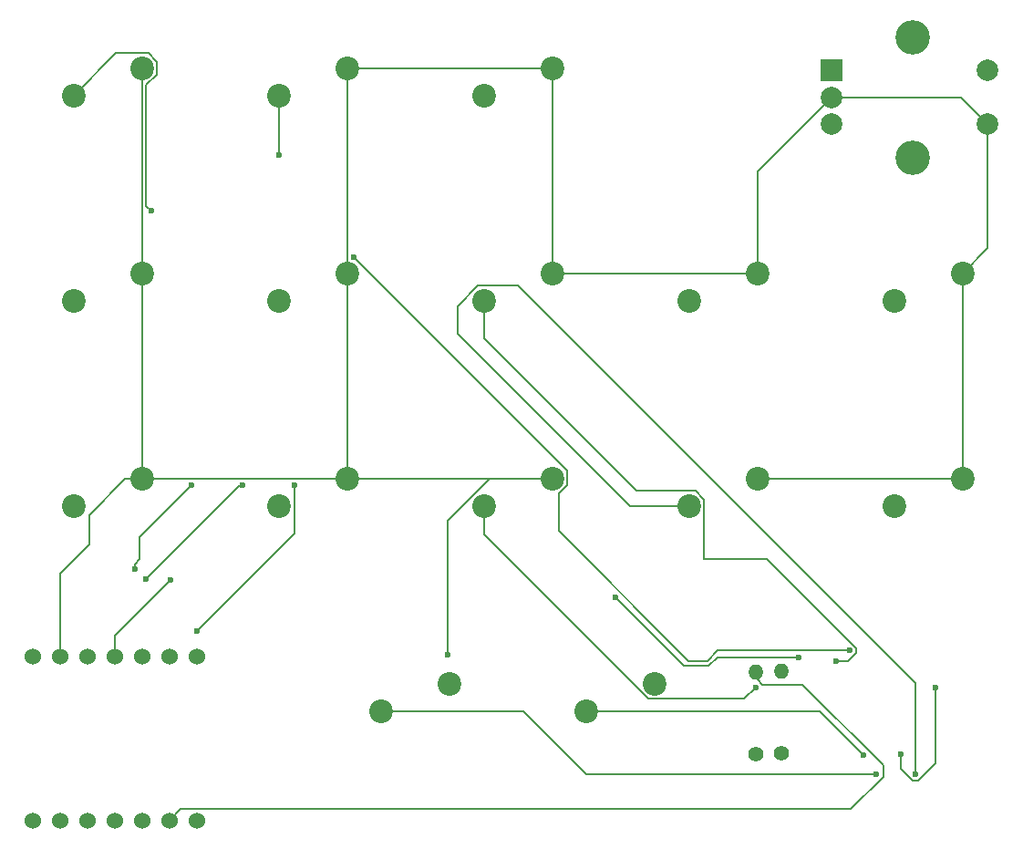
<source format=gbr>
%TF.GenerationSoftware,KiCad,Pcbnew,9.0.0*%
%TF.CreationDate,2025-04-11T15:20:30-07:00*%
%TF.ProjectId,hackpad,6861636b-7061-4642-9e6b-696361645f70,rev?*%
%TF.SameCoordinates,Original*%
%TF.FileFunction,Copper,L2,Bot*%
%TF.FilePolarity,Positive*%
%FSLAX46Y46*%
G04 Gerber Fmt 4.6, Leading zero omitted, Abs format (unit mm)*
G04 Created by KiCad (PCBNEW 9.0.0) date 2025-04-11 15:20:30*
%MOMM*%
%LPD*%
G01*
G04 APERTURE LIST*
%TA.AperFunction,ComponentPad*%
%ADD10C,2.200000*%
%TD*%
%TA.AperFunction,ComponentPad*%
%ADD11C,1.400000*%
%TD*%
%TA.AperFunction,ComponentPad*%
%ADD12O,1.400000X1.400000*%
%TD*%
%TA.AperFunction,ComponentPad*%
%ADD13C,1.524000*%
%TD*%
%TA.AperFunction,ComponentPad*%
%ADD14R,2.000000X2.000000*%
%TD*%
%TA.AperFunction,ComponentPad*%
%ADD15C,2.000000*%
%TD*%
%TA.AperFunction,ComponentPad*%
%ADD16C,3.200000*%
%TD*%
%TA.AperFunction,ViaPad*%
%ADD17C,0.600000*%
%TD*%
%TA.AperFunction,Conductor*%
%ADD18C,0.200000*%
%TD*%
G04 APERTURE END LIST*
D10*
%TO.P,SW5,1,1*%
%TO.N,GND*%
X107315000Y-75882500D03*
%TO.P,SW5,2,2*%
%TO.N,Net-(U1-GPIO4{slash}MISO)*%
X100965000Y-78422500D03*
%TD*%
%TO.P,SW7,1,1*%
%TO.N,GND*%
X126365000Y-94932500D03*
%TO.P,SW7,2,2*%
%TO.N,Net-(U2-GPA6)*%
X120015000Y-97472500D03*
%TD*%
%TO.P,SW14,1,1*%
%TO.N,GND*%
X164465000Y-113982500D03*
%TO.P,SW14,2,2*%
%TO.N,Net-(U2-GPB5)*%
X158115000Y-116522500D03*
%TD*%
%TO.P,SW1,1,1*%
%TO.N,GND*%
X107315000Y-94932500D03*
%TO.P,SW1,2,2*%
%TO.N,Net-(U2-GPA5)*%
X100965000Y-97472500D03*
%TD*%
%TO.P,SW12,1,1*%
%TO.N,GND*%
X126365000Y-113982500D03*
%TO.P,SW12,2,2*%
%TO.N,Net-(U2-GPB7)*%
X120015000Y-116522500D03*
%TD*%
%TO.P,SW16,1,1*%
%TO.N,GND*%
X135890000Y-133032500D03*
%TO.P,SW16,2,2*%
%TO.N,Net-(U2-GPB3)*%
X129540000Y-135572500D03*
%TD*%
%TO.P,SW15,1,1*%
%TO.N,GND*%
X116840000Y-133032500D03*
%TO.P,SW15,2,2*%
%TO.N,Net-(U2-GPB4)*%
X110490000Y-135572500D03*
%TD*%
%TO.P,SW10,1,1*%
%TO.N,GND*%
X88265000Y-113982500D03*
%TO.P,SW10,2,2*%
%TO.N,Net-(U2-GPA2)*%
X81915000Y-116522500D03*
%TD*%
%TO.P,SW11,1,1*%
%TO.N,GND*%
X164465000Y-94932500D03*
%TO.P,SW11,2,2*%
%TO.N,Net-(U2-GPA3)*%
X158115000Y-97472500D03*
%TD*%
%TO.P,SW2,1,1*%
%TO.N,GND*%
X88265000Y-94932500D03*
%TO.P,SW2,2,2*%
%TO.N,Net-(U2-GPA4)*%
X81915000Y-97472500D03*
%TD*%
D11*
%TO.P,R1,1*%
%TO.N,+3.3V*%
X147637500Y-139500000D03*
D12*
%TO.P,R1,2*%
%TO.N,Net-(U1-GPIO0{slash}TX)*%
X147637500Y-131880000D03*
%TD*%
D11*
%TO.P,R2,1*%
%TO.N,+3.3V*%
X145256250Y-139541250D03*
D12*
%TO.P,R2,2*%
%TO.N,Net-(U1-GPIO7{slash}SCL)*%
X145256250Y-131921250D03*
%TD*%
D10*
%TO.P,SW13,1,1*%
%TO.N,GND*%
X145415000Y-113982500D03*
%TO.P,SW13,2,2*%
%TO.N,Net-(U2-GPB6)*%
X139065000Y-116522500D03*
%TD*%
%TO.P,SW9,1,1*%
%TO.N,GND*%
X107315000Y-113982500D03*
%TO.P,SW9,2,2*%
%TO.N,Net-(U2-GPA1)*%
X100965000Y-116522500D03*
%TD*%
%TO.P,SW8,1,1*%
%TO.N,GND*%
X145415000Y-94932500D03*
%TO.P,SW8,2,2*%
%TO.N,Net-(U2-GPA7)*%
X139065000Y-97472500D03*
%TD*%
%TO.P,SW3,1,1*%
%TO.N,GND*%
X126365000Y-75882500D03*
%TO.P,SW3,2,2*%
%TO.N,Net-(U1-GPIO1{slash}RX)*%
X120015000Y-78422500D03*
%TD*%
%TO.P,SW4,1,1*%
%TO.N,GND*%
X88265000Y-75882500D03*
%TO.P,SW4,2,2*%
%TO.N,Net-(U1-GPIO2{slash}SCK)*%
X81915000Y-78422500D03*
%TD*%
D13*
%TO.P,U1,1,GPIO26/ADC0/A0*%
%TO.N,unconnected-(U1-GPIO26{slash}ADC0{slash}A0-Pad1)*%
X78105000Y-145732500D03*
%TO.P,U1,2,GPIO27/ADC1/A1*%
%TO.N,unconnected-(U1-GPIO27{slash}ADC1{slash}A1-Pad2)*%
X80645000Y-145732500D03*
%TO.P,U1,3,GPIO28/ADC2/A2*%
%TO.N,ENC-A*%
X83185000Y-145732500D03*
%TO.P,U1,4,GPIO29/ADC3/A3*%
%TO.N,ENC-B*%
X85725000Y-145732500D03*
%TO.P,U1,5,GPIO6/SDA*%
%TO.N,Net-(D1-DIN)*%
X88265000Y-145732500D03*
%TO.P,U1,6,GPIO7/SCL*%
%TO.N,Net-(U1-GPIO7{slash}SCL)*%
X90805000Y-145732500D03*
%TO.P,U1,7,GPIO0/TX*%
%TO.N,Net-(U1-GPIO0{slash}TX)*%
X93345000Y-145732500D03*
%TO.P,U1,8,GPIO1/RX*%
%TO.N,Net-(U1-GPIO1{slash}RX)*%
X93345000Y-130492500D03*
%TO.P,U1,9,GPIO2/SCK*%
%TO.N,Net-(U1-GPIO2{slash}SCK)*%
X90805000Y-130492500D03*
%TO.P,U1,10,GPIO4/MISO*%
%TO.N,Net-(U1-GPIO4{slash}MISO)*%
X88265000Y-130492500D03*
%TO.P,U1,11,GPIO3/MOSI*%
%TO.N,Net-(U1-GPIO3{slash}MOSI)*%
X85725000Y-130492500D03*
%TO.P,U1,12,3V3*%
%TO.N,+3.3V*%
X83185000Y-130492500D03*
%TO.P,U1,13,GND*%
%TO.N,GND*%
X80645000Y-130492500D03*
%TO.P,U1,14,VBUS*%
%TO.N,+5V*%
X78105000Y-130492500D03*
%TD*%
D14*
%TO.P,SW6,A,A*%
%TO.N,ENC-A*%
X152293750Y-76081250D03*
D15*
%TO.P,SW6,B,B*%
%TO.N,ENC-B*%
X152293750Y-81081250D03*
%TO.P,SW6,C,C*%
%TO.N,GND*%
X152293750Y-78581250D03*
D16*
%TO.P,SW6,MP,MP*%
%TO.N,unconnected-(SW6-PadMP)*%
X159793750Y-72981250D03*
X159793750Y-84181250D03*
D15*
%TO.P,SW6,S1,S1*%
%TO.N,GND*%
X166793750Y-81081250D03*
%TO.P,SW6,S2,S2*%
%TO.N,Net-(U1-GPIO3{slash}MOSI)*%
X166793750Y-76081250D03*
%TD*%
D17*
%TO.N,Net-(U2-GPA5)*%
X107915000Y-93394059D03*
X153978725Y-129954194D03*
%TO.N,GND*%
X116681250Y-130354194D03*
%TO.N,Net-(U1-GPIO1{slash}RX)*%
X93379567Y-128131283D03*
X102425000Y-114582500D03*
%TO.N,Net-(U1-GPIO2{slash}SCK)*%
X97631250Y-114582500D03*
X89128066Y-89128065D03*
X88589767Y-123341483D03*
%TO.N,Net-(U1-GPIO4{slash}MISO)*%
X100965000Y-83943750D03*
X92868750Y-114582500D03*
X87602206Y-122412500D03*
%TO.N,Net-(U2-GPA6)*%
X152723749Y-130968750D03*
%TO.N,Net-(U2-GPA7)*%
X149286027Y-130554194D03*
X132206186Y-124968814D03*
%TO.N,Net-(U1-GPIO3{slash}MOSI)*%
X90911765Y-123400735D03*
%TO.N,Net-(U2-GPB6)*%
X160061402Y-141395750D03*
%TO.N,Net-(U2-GPB7)*%
X145256250Y-133350000D03*
%TO.N,Net-(U2-GPB5)*%
X158743750Y-139542750D03*
X161925000Y-133350000D03*
%TO.N,Net-(U2-GPB4)*%
X156486098Y-141395751D03*
%TO.N,Net-(U2-GPB3)*%
X155263750Y-139632640D03*
%TD*%
D18*
%TO.N,Net-(U1-GPIO7{slash}SCL)*%
X157087098Y-141644694D02*
X154062292Y-144669500D01*
X91868000Y-144669500D02*
X90805000Y-145732500D01*
X145413950Y-132657757D02*
X145857250Y-133101057D01*
X157087098Y-140606045D02*
X157087098Y-141644694D01*
X149582110Y-133101057D02*
X157087098Y-140606045D01*
X154062292Y-144669500D02*
X91868000Y-144669500D01*
X145857250Y-133101057D02*
X149582110Y-133101057D01*
%TO.N,Net-(U2-GPA5)*%
X139040096Y-130954194D02*
X126944899Y-118858997D01*
X153978725Y-129954194D02*
X141742279Y-129954194D01*
X126944899Y-118858997D02*
X126944899Y-115382500D01*
X127765000Y-114562399D02*
X127765000Y-113244059D01*
X127765000Y-113244059D02*
X107915000Y-93394059D01*
X126944899Y-115382500D02*
X127765000Y-114562399D01*
X140742279Y-130954194D02*
X139040096Y-130954194D01*
X141742279Y-129954194D02*
X140742279Y-130954194D01*
%TO.N,GND*%
X86709366Y-113982500D02*
X83343750Y-117348116D01*
X107315000Y-113982500D02*
X107315000Y-75882500D01*
X126365000Y-94932500D02*
X145415000Y-94932500D01*
X88265000Y-75882500D02*
X88265000Y-94932500D01*
X83343750Y-120067153D02*
X80645000Y-122765903D01*
X166793750Y-81081250D02*
X166793750Y-92603750D01*
X83343750Y-117348116D02*
X83343750Y-120067153D01*
X107315000Y-113982500D02*
X126365000Y-113982500D01*
X164465000Y-113982500D02*
X145415000Y-113982500D01*
X145415000Y-94932500D02*
X145415000Y-85460000D01*
X164465000Y-94932500D02*
X164465000Y-113982500D01*
X145415000Y-85460000D02*
X152293750Y-78581250D01*
X120573686Y-113982500D02*
X126365000Y-113982500D01*
X116681250Y-130354194D02*
X116681250Y-117874936D01*
X88265000Y-94932500D02*
X88265000Y-113982500D01*
X164293750Y-78581250D02*
X166793750Y-81081250D01*
X107315000Y-75882500D02*
X126365000Y-75882500D01*
X88265000Y-113982500D02*
X107315000Y-113982500D01*
X152293750Y-78581250D02*
X164293750Y-78581250D01*
X88265000Y-113982500D02*
X86709366Y-113982500D01*
X116681250Y-117874936D02*
X120573686Y-113982500D01*
X166793750Y-92603750D02*
X164465000Y-94932500D01*
X80645000Y-122765903D02*
X80645000Y-130492500D01*
X126365000Y-75882500D02*
X126365000Y-94932500D01*
%TO.N,Net-(U1-GPIO1{slash}RX)*%
X102425000Y-119085850D02*
X102425000Y-114582500D01*
X93379567Y-128131283D02*
X102425000Y-119085850D01*
%TO.N,Net-(U1-GPIO2{slash}SCK)*%
X89665000Y-76462399D02*
X89665000Y-75302601D01*
X89665000Y-75302601D02*
X88844899Y-74482500D01*
X88665000Y-88664999D02*
X88665000Y-77462399D01*
X88844899Y-74482500D02*
X85855000Y-74482500D01*
X89128066Y-89128065D02*
X88665000Y-88664999D01*
X85855000Y-74482500D02*
X81915000Y-78422500D01*
X97348750Y-114582500D02*
X97631250Y-114582500D01*
X88665000Y-77462399D02*
X89665000Y-76462399D01*
X88589767Y-123341483D02*
X97348750Y-114582500D01*
%TO.N,Net-(U1-GPIO4{slash}MISO)*%
X100965000Y-78422500D02*
X100965000Y-83943750D01*
X88075000Y-121475000D02*
X88075000Y-119376250D01*
X87602206Y-122412500D02*
X87602206Y-121947794D01*
X88075000Y-119376250D02*
X92868750Y-114582500D01*
X87602206Y-121947794D02*
X88075000Y-121475000D01*
%TO.N,Net-(U2-GPA6)*%
X120015000Y-100965000D02*
X120015000Y-97472500D01*
X146288060Y-121415000D02*
X140465000Y-121415000D01*
X153812698Y-130968750D02*
X154578725Y-130202723D01*
X152723749Y-130968750D02*
X153812698Y-130968750D01*
X139644899Y-115122500D02*
X134172500Y-115122500D01*
X134172500Y-115122500D02*
X120015000Y-100965000D01*
X140465000Y-121415000D02*
X140465000Y-115942601D01*
X140465000Y-115942601D02*
X139644899Y-115122500D01*
X154578725Y-129705665D02*
X146288060Y-121415000D01*
X154578725Y-130202723D02*
X154578725Y-129705665D01*
%TO.N,Net-(U2-GPA7)*%
X138591566Y-131354194D02*
X132206186Y-124968814D01*
X141707965Y-130554194D02*
X140907965Y-131354194D01*
X140907965Y-131354194D02*
X138591566Y-131354194D01*
X149286027Y-130554194D02*
X141707965Y-130554194D01*
%TO.N,Net-(U1-GPIO3{slash}MOSI)*%
X85725000Y-128587500D02*
X85725000Y-130492500D01*
X90911765Y-123400735D02*
X85725000Y-128587500D01*
%TO.N,Net-(U2-GPB6)*%
X133556530Y-116522500D02*
X139065000Y-116522500D01*
X160061402Y-132924086D02*
X123208816Y-96071500D01*
X117544000Y-100509970D02*
X133556530Y-116522500D01*
X160061402Y-141395750D02*
X160061402Y-132924086D01*
X123208816Y-96071500D02*
X119434686Y-96071500D01*
X119434686Y-96071500D02*
X117544000Y-97962186D01*
X117544000Y-97962186D02*
X117544000Y-100509970D01*
%TO.N,Net-(U2-GPB7)*%
X144172750Y-134433500D02*
X135309686Y-134433500D01*
X135309686Y-134433500D02*
X120015000Y-119138814D01*
X120015000Y-119138814D02*
X120015000Y-116522500D01*
X145256250Y-133350000D02*
X144172750Y-134433500D01*
%TO.N,Net-(U2-GPB5)*%
X159812459Y-141996750D02*
X160310345Y-141996750D01*
X158743750Y-140928041D02*
X159812459Y-141996750D01*
X160310345Y-141996750D02*
X161925000Y-140382095D01*
X158743750Y-139542750D02*
X158743750Y-140928041D01*
X161925000Y-140382095D02*
X161925000Y-133350000D01*
%TO.N,Net-(U2-GPB4)*%
X129489501Y-141395751D02*
X123666250Y-135572500D01*
X123666250Y-135572500D02*
X110490000Y-135572500D01*
X156486098Y-141395751D02*
X129489501Y-141395751D01*
%TO.N,Net-(U2-GPB3)*%
X155263750Y-139632640D02*
X151203610Y-135572500D01*
X151203610Y-135572500D02*
X129540000Y-135572500D01*
%TD*%
M02*

</source>
